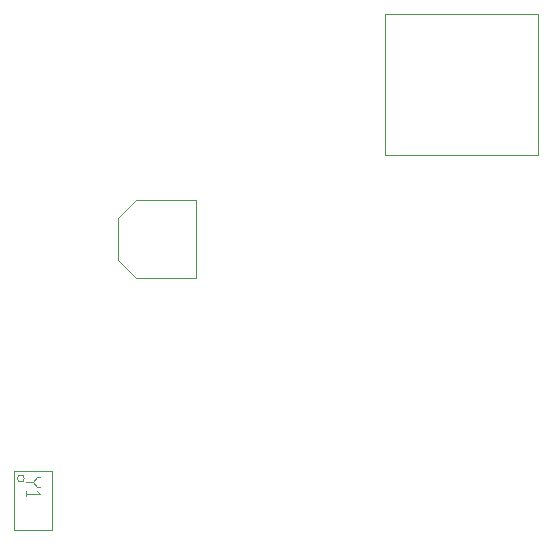
<source format=gbr>
G04*
G04 #@! TF.GenerationSoftware,Altium Limited,Altium Designer,22.9.1 (49)*
G04*
G04 Layer_Color=32768*
%FSTAX24Y24*%
%MOIN*%
G70*
G04*
G04 #@! TF.SameCoordinates,D3726A14-7932-4F0B-9928-97F3702F6CAB*
G04*
G04*
G04 #@! TF.FilePolarity,Positive*
G04*
G01*
G75*
%ADD76C,0.0039*%
%ADD78C,0.0047*%
D76*
X008024Y017317D02*
G03*
X008024Y017317I-000118J0D01*
G01*
X020055Y032812D02*
X025145D01*
X020055Y028088D02*
X025145D01*
X020055D02*
Y032812D01*
X025145Y028088D02*
Y032812D01*
X011761Y026599D02*
X013749D01*
X011151Y025989D02*
X011761Y026599D01*
X011151Y024611D02*
X011761Y024001D01*
X011151Y024611D02*
Y025989D01*
X011761Y024001D02*
X013749D01*
Y026599D01*
X00767Y017553D02*
X00893D01*
X00767Y015585D02*
Y017553D01*
Y015585D02*
X00893D01*
Y017553D01*
D78*
X008536Y017357D02*
X008457D01*
X0083Y017199D01*
X008457Y017042D01*
X008536D01*
X0083Y017199D02*
X008064D01*
Y016884D02*
Y016727D01*
Y016806D01*
X008536D01*
X008457Y016884D01*
M02*

</source>
